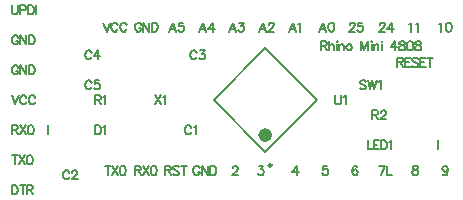
<source format=gto>
G04*
G04 #@! TF.GenerationSoftware,Altium Limited,Altium Designer,23.5.1 (21)*
G04*
G04 Layer_Color=65535*
%FSLAX25Y25*%
%MOIN*%
G70*
G04*
G04 #@! TF.SameCoordinates,D9CCEF5A-5521-415F-BE8B-602E9C6E1BA1*
G04*
G04*
G04 #@! TF.FilePolarity,Positive*
G04*
G01*
G75*
%ADD10C,0.00984*%
%ADD11C,0.02362*%
%ADD12C,0.00787*%
%ADD13C,0.00500*%
D10*
X97093Y13216D02*
G03*
X97093Y13216I-492J0D01*
G01*
D11*
X96181Y23308D02*
G03*
X96181Y23308I-1181J0D01*
G01*
D12*
X22500Y23500D02*
Y26500D01*
X95000Y17740D02*
X112260Y35000D01*
X77740D02*
X95000Y52260D01*
X77740Y35000D02*
X95000Y17740D01*
Y52260D02*
X112260Y35000D01*
X152500Y18500D02*
Y21500D01*
D13*
X113500Y54499D02*
Y51500D01*
Y54499D02*
X114785D01*
X115214Y54356D01*
X115357Y54214D01*
X115500Y53928D01*
Y53642D01*
X115357Y53357D01*
X115214Y53214D01*
X114785Y53071D01*
X113500D01*
X114500D02*
X115500Y51500D01*
X116171Y54499D02*
Y51500D01*
Y52928D02*
X116599Y53357D01*
X116885Y53500D01*
X117314D01*
X117599Y53357D01*
X117742Y52928D01*
Y51500D01*
X118813Y54499D02*
X118956Y54356D01*
X119099Y54499D01*
X118956Y54642D01*
X118813Y54499D01*
X118956Y53500D02*
Y51500D01*
X119627Y53500D02*
Y51500D01*
Y52928D02*
X120056Y53357D01*
X120341Y53500D01*
X120770D01*
X121055Y53357D01*
X121198Y52928D01*
Y51500D01*
X122698Y53500D02*
X122412Y53357D01*
X122127Y53071D01*
X121984Y52643D01*
Y52357D01*
X122127Y51929D01*
X122412Y51643D01*
X122698Y51500D01*
X123126D01*
X123412Y51643D01*
X123698Y51929D01*
X123841Y52357D01*
Y52643D01*
X123698Y53071D01*
X123412Y53357D01*
X123126Y53500D01*
X122698D01*
X126854Y54499D02*
Y51500D01*
Y54499D02*
X127997Y51500D01*
X129139Y54499D02*
X127997Y51500D01*
X129139Y54499D02*
Y51500D01*
X130282Y54499D02*
X130425Y54356D01*
X130568Y54499D01*
X130425Y54642D01*
X130282Y54499D01*
X130425Y53500D02*
Y51500D01*
X131096Y53500D02*
Y51500D01*
Y52928D02*
X131525Y53357D01*
X131810Y53500D01*
X132239D01*
X132525Y53357D01*
X132667Y52928D01*
Y51500D01*
X133739Y54499D02*
X133881Y54356D01*
X134024Y54499D01*
X133881Y54642D01*
X133739Y54499D01*
X133881Y53500D02*
Y51500D01*
X138338Y54499D02*
X136909Y52500D01*
X139052D01*
X138338Y54499D02*
Y51500D01*
X140294Y54499D02*
X139866Y54356D01*
X139723Y54071D01*
Y53785D01*
X139866Y53500D01*
X140151Y53357D01*
X140723Y53214D01*
X141151Y53071D01*
X141437Y52785D01*
X141580Y52500D01*
Y52071D01*
X141437Y51786D01*
X141294Y51643D01*
X140866Y51500D01*
X140294D01*
X139866Y51643D01*
X139723Y51786D01*
X139580Y52071D01*
Y52500D01*
X139723Y52785D01*
X140009Y53071D01*
X140437Y53214D01*
X141008Y53357D01*
X141294Y53500D01*
X141437Y53785D01*
Y54071D01*
X141294Y54356D01*
X140866Y54499D01*
X140294D01*
X143108D02*
X142680Y54356D01*
X142394Y53928D01*
X142251Y53214D01*
Y52785D01*
X142394Y52071D01*
X142680Y51643D01*
X143108Y51500D01*
X143394D01*
X143822Y51643D01*
X144108Y52071D01*
X144251Y52785D01*
Y53214D01*
X144108Y53928D01*
X143822Y54356D01*
X143394Y54499D01*
X143108D01*
X145636D02*
X145208Y54356D01*
X145065Y54071D01*
Y53785D01*
X145208Y53500D01*
X145493Y53357D01*
X146064Y53214D01*
X146493Y53071D01*
X146779Y52785D01*
X146921Y52500D01*
Y52071D01*
X146779Y51786D01*
X146636Y51643D01*
X146207Y51500D01*
X145636D01*
X145208Y51643D01*
X145065Y51786D01*
X144922Y52071D01*
Y52500D01*
X145065Y52785D01*
X145350Y53071D01*
X145779Y53214D01*
X146350Y53357D01*
X146636Y53500D01*
X146779Y53785D01*
Y54071D01*
X146636Y54356D01*
X146207Y54499D01*
X145636D01*
X139000Y48999D02*
Y46000D01*
Y48999D02*
X140285D01*
X140714Y48856D01*
X140857Y48714D01*
X141000Y48428D01*
Y48142D01*
X140857Y47857D01*
X140714Y47714D01*
X140285Y47571D01*
X139000D01*
X140000D02*
X141000Y46000D01*
X143528Y48999D02*
X141671D01*
Y46000D01*
X143528D01*
X141671Y47571D02*
X142814D01*
X146027Y48571D02*
X145741Y48856D01*
X145313Y48999D01*
X144742D01*
X144313Y48856D01*
X144027Y48571D01*
Y48285D01*
X144170Y48000D01*
X144313Y47857D01*
X144599Y47714D01*
X145456Y47428D01*
X145741Y47285D01*
X145884Y47143D01*
X146027Y46857D01*
Y46428D01*
X145741Y46143D01*
X145313Y46000D01*
X144742D01*
X144313Y46143D01*
X144027Y46428D01*
X148555Y48999D02*
X146698D01*
Y46000D01*
X148555D01*
X146698Y47571D02*
X147841D01*
X150055Y48999D02*
Y46000D01*
X149055Y48999D02*
X151055D01*
X10500Y6499D02*
Y3500D01*
Y6499D02*
X11500D01*
X11928Y6357D01*
X12214Y6071D01*
X12357Y5785D01*
X12500Y5357D01*
Y4643D01*
X12357Y4214D01*
X12214Y3929D01*
X11928Y3643D01*
X11500Y3500D01*
X10500D01*
X14171Y6499D02*
Y3500D01*
X13171Y6499D02*
X15170D01*
X15528D02*
Y3500D01*
Y6499D02*
X16813D01*
X17241Y6357D01*
X17384Y6214D01*
X17527Y5928D01*
Y5642D01*
X17384Y5357D01*
X17241Y5214D01*
X16813Y5071D01*
X15528D01*
X16527D02*
X17527Y3500D01*
X135000Y12999D02*
X133571Y10000D01*
X133000Y12999D02*
X135000D01*
X135671D02*
Y10000D01*
X137385D01*
X11500Y16499D02*
Y13500D01*
X10500Y16499D02*
X12500D01*
X12857D02*
X14856Y13500D01*
Y16499D02*
X12857Y13500D01*
X16385Y16499D02*
X15956Y16356D01*
X15670Y15928D01*
X15528Y15214D01*
Y14785D01*
X15670Y14071D01*
X15956Y13643D01*
X16385Y13500D01*
X16670D01*
X17099Y13643D01*
X17384Y14071D01*
X17527Y14785D01*
Y15214D01*
X17384Y15928D01*
X17099Y16356D01*
X16670Y16499D01*
X16385D01*
X10500Y26499D02*
Y23500D01*
Y26499D02*
X11785D01*
X12214Y26357D01*
X12357Y26214D01*
X12500Y25928D01*
Y25642D01*
X12357Y25357D01*
X12214Y25214D01*
X11785Y25071D01*
X10500D01*
X11500D02*
X12500Y23500D01*
X13171Y26499D02*
X15170Y23500D01*
Y26499D02*
X13171Y23500D01*
X16699Y26499D02*
X16270Y26357D01*
X15984Y25928D01*
X15842Y25214D01*
Y24785D01*
X15984Y24071D01*
X16270Y23643D01*
X16699Y23500D01*
X16984D01*
X17413Y23643D01*
X17698Y24071D01*
X17841Y24785D01*
Y25214D01*
X17698Y25928D01*
X17413Y26357D01*
X16984Y26499D01*
X16699D01*
X10500Y36499D02*
X11643Y33500D01*
X12785Y36499D02*
X11643Y33500D01*
X15313Y35785D02*
X15170Y36071D01*
X14885Y36356D01*
X14599Y36499D01*
X14028D01*
X13742Y36356D01*
X13456Y36071D01*
X13314Y35785D01*
X13171Y35357D01*
Y34643D01*
X13314Y34214D01*
X13456Y33928D01*
X13742Y33643D01*
X14028Y33500D01*
X14599D01*
X14885Y33643D01*
X15170Y33928D01*
X15313Y34214D01*
X18298Y35785D02*
X18156Y36071D01*
X17870Y36356D01*
X17584Y36499D01*
X17013D01*
X16727Y36356D01*
X16442Y36071D01*
X16299Y35785D01*
X16156Y35357D01*
Y34643D01*
X16299Y34214D01*
X16442Y33928D01*
X16727Y33643D01*
X17013Y33500D01*
X17584D01*
X17870Y33643D01*
X18156Y33928D01*
X18298Y34214D01*
X12642Y45785D02*
X12500Y46071D01*
X12214Y46356D01*
X11928Y46499D01*
X11357D01*
X11071Y46356D01*
X10786Y46071D01*
X10643Y45785D01*
X10500Y45357D01*
Y44643D01*
X10643Y44214D01*
X10786Y43929D01*
X11071Y43643D01*
X11357Y43500D01*
X11928D01*
X12214Y43643D01*
X12500Y43929D01*
X12642Y44214D01*
Y44643D01*
X11928D02*
X12642D01*
X13328Y46499D02*
Y43500D01*
Y46499D02*
X15327Y43500D01*
Y46499D02*
Y43500D01*
X16156Y46499D02*
Y43500D01*
Y46499D02*
X17156D01*
X17584Y46356D01*
X17870Y46071D01*
X18013Y45785D01*
X18156Y45357D01*
Y44643D01*
X18013Y44214D01*
X17870Y43929D01*
X17584Y43643D01*
X17156Y43500D01*
X16156D01*
X12642Y55785D02*
X12500Y56071D01*
X12214Y56357D01*
X11928Y56499D01*
X11357D01*
X11071Y56357D01*
X10786Y56071D01*
X10643Y55785D01*
X10500Y55357D01*
Y54643D01*
X10643Y54214D01*
X10786Y53929D01*
X11071Y53643D01*
X11357Y53500D01*
X11928D01*
X12214Y53643D01*
X12500Y53929D01*
X12642Y54214D01*
Y54643D01*
X11928D02*
X12642D01*
X13328Y56499D02*
Y53500D01*
Y56499D02*
X15327Y53500D01*
Y56499D02*
Y53500D01*
X16156Y56499D02*
Y53500D01*
Y56499D02*
X17156D01*
X17584Y56357D01*
X17870Y56071D01*
X18013Y55785D01*
X18156Y55357D01*
Y54643D01*
X18013Y54214D01*
X17870Y53929D01*
X17584Y53643D01*
X17156Y53500D01*
X16156D01*
X10500Y66499D02*
Y64357D01*
X10643Y63929D01*
X10928Y63643D01*
X11357Y63500D01*
X11643D01*
X12071Y63643D01*
X12357Y63929D01*
X12500Y64357D01*
Y66499D01*
X13328Y64928D02*
X14613D01*
X15042Y65071D01*
X15185Y65214D01*
X15327Y65500D01*
Y65928D01*
X15185Y66214D01*
X15042Y66356D01*
X14613Y66499D01*
X13328D01*
Y63500D01*
X15999Y66499D02*
Y63500D01*
Y66499D02*
X16999D01*
X17427Y66356D01*
X17713Y66071D01*
X17856Y65785D01*
X17998Y65357D01*
Y64643D01*
X17856Y64214D01*
X17713Y63929D01*
X17427Y63643D01*
X16999Y63500D01*
X15999D01*
X18670Y66499D02*
Y63500D01*
X92786Y12999D02*
X94357D01*
X93500Y11857D01*
X93928D01*
X94214Y11714D01*
X94357Y11571D01*
X94500Y11143D01*
Y10857D01*
X94357Y10429D01*
X94071Y10143D01*
X93643Y10000D01*
X93214D01*
X92786Y10143D01*
X92643Y10286D01*
X92500Y10571D01*
X42500Y12999D02*
Y10000D01*
X41500Y12999D02*
X43500D01*
X43857D02*
X45856Y10000D01*
Y12999D02*
X43857Y10000D01*
X47385Y12999D02*
X46956Y12856D01*
X46670Y12428D01*
X46527Y11714D01*
Y11285D01*
X46670Y10571D01*
X46956Y10143D01*
X47385Y10000D01*
X47670D01*
X48099Y10143D01*
X48384Y10571D01*
X48527Y11285D01*
Y11714D01*
X48384Y12428D01*
X48099Y12856D01*
X47670Y12999D01*
X47385D01*
X51500D02*
Y10000D01*
Y12999D02*
X52785D01*
X53214Y12856D01*
X53357Y12714D01*
X53500Y12428D01*
Y12142D01*
X53357Y11857D01*
X53214Y11714D01*
X52785Y11571D01*
X51500D01*
X52500D02*
X53500Y10000D01*
X54171Y12999D02*
X56170Y10000D01*
Y12999D02*
X54171Y10000D01*
X57699Y12999D02*
X57270Y12856D01*
X56985Y12428D01*
X56842Y11714D01*
Y11285D01*
X56985Y10571D01*
X57270Y10143D01*
X57699Y10000D01*
X57984D01*
X58413Y10143D01*
X58698Y10571D01*
X58841Y11285D01*
Y11714D01*
X58698Y12428D01*
X58413Y12856D01*
X57984Y12999D01*
X57699D01*
X61500D02*
Y10000D01*
Y12999D02*
X62785D01*
X63214Y12856D01*
X63357Y12714D01*
X63500Y12428D01*
Y12142D01*
X63357Y11857D01*
X63214Y11714D01*
X62785Y11571D01*
X61500D01*
X62500D02*
X63500Y10000D01*
X66170Y12571D02*
X65885Y12856D01*
X65456Y12999D01*
X64885D01*
X64456Y12856D01*
X64171Y12571D01*
Y12285D01*
X64314Y12000D01*
X64456Y11857D01*
X64742Y11714D01*
X65599Y11428D01*
X65885Y11285D01*
X66028Y11143D01*
X66170Y10857D01*
Y10429D01*
X65885Y10143D01*
X65456Y10000D01*
X64885D01*
X64456Y10143D01*
X64171Y10429D01*
X67842Y12999D02*
Y10000D01*
X66842Y12999D02*
X68841D01*
X73142Y12285D02*
X73000Y12571D01*
X72714Y12856D01*
X72428Y12999D01*
X71857D01*
X71571Y12856D01*
X71286Y12571D01*
X71143Y12285D01*
X71000Y11857D01*
Y11143D01*
X71143Y10714D01*
X71286Y10429D01*
X71571Y10143D01*
X71857Y10000D01*
X72428D01*
X72714Y10143D01*
X73000Y10429D01*
X73142Y10714D01*
Y11143D01*
X72428D02*
X73142D01*
X73828Y12999D02*
Y10000D01*
Y12999D02*
X75827Y10000D01*
Y12999D02*
Y10000D01*
X76656Y12999D02*
Y10000D01*
Y12999D02*
X77656D01*
X78084Y12856D01*
X78370Y12571D01*
X78513Y12285D01*
X78655Y11857D01*
Y11143D01*
X78513Y10714D01*
X78370Y10429D01*
X78084Y10143D01*
X77656Y10000D01*
X76656D01*
X84143Y12285D02*
Y12428D01*
X84286Y12714D01*
X84429Y12856D01*
X84714Y12999D01*
X85285D01*
X85571Y12856D01*
X85714Y12714D01*
X85857Y12428D01*
Y12142D01*
X85714Y11857D01*
X85428Y11428D01*
X84000Y10000D01*
X86000D01*
X115714Y12999D02*
X114286D01*
X114143Y11714D01*
X114286Y11857D01*
X114714Y12000D01*
X115143D01*
X115571Y11857D01*
X115857Y11571D01*
X116000Y11143D01*
Y10857D01*
X115857Y10429D01*
X115571Y10143D01*
X115143Y10000D01*
X114714D01*
X114286Y10143D01*
X114143Y10286D01*
X114000Y10571D01*
X105428Y12999D02*
X104000Y11000D01*
X106142D01*
X105428Y12999D02*
Y10000D01*
X125714Y12571D02*
X125571Y12856D01*
X125143Y12999D01*
X124857D01*
X124428Y12856D01*
X124143Y12428D01*
X124000Y11714D01*
Y11000D01*
X124143Y10429D01*
X124428Y10143D01*
X124857Y10000D01*
X125000D01*
X125428Y10143D01*
X125714Y10429D01*
X125857Y10857D01*
Y11000D01*
X125714Y11428D01*
X125428Y11714D01*
X125000Y11857D01*
X124857D01*
X124428Y11714D01*
X124143Y11428D01*
X124000Y11000D01*
X144714Y12999D02*
X144286Y12856D01*
X144143Y12571D01*
Y12285D01*
X144286Y12000D01*
X144571Y11857D01*
X145143Y11714D01*
X145571Y11571D01*
X145857Y11285D01*
X146000Y11000D01*
Y10571D01*
X145857Y10286D01*
X145714Y10143D01*
X145285Y10000D01*
X144714D01*
X144286Y10143D01*
X144143Y10286D01*
X144000Y10571D01*
Y11000D01*
X144143Y11285D01*
X144429Y11571D01*
X144857Y11714D01*
X145428Y11857D01*
X145714Y12000D01*
X145857Y12285D01*
Y12571D01*
X145714Y12856D01*
X145285Y12999D01*
X144714D01*
X155857Y12000D02*
X155714Y11571D01*
X155428Y11285D01*
X155000Y11143D01*
X154857D01*
X154429Y11285D01*
X154143Y11571D01*
X154000Y12000D01*
Y12142D01*
X154143Y12571D01*
X154429Y12856D01*
X154857Y12999D01*
X155000D01*
X155428Y12856D01*
X155714Y12571D01*
X155857Y12000D01*
Y11285D01*
X155714Y10571D01*
X155428Y10143D01*
X155000Y10000D01*
X154714D01*
X154286Y10143D01*
X154143Y10429D01*
X41000Y60799D02*
X42143Y57800D01*
X43285Y60799D02*
X42143Y57800D01*
X45813Y60085D02*
X45670Y60371D01*
X45385Y60656D01*
X45099Y60799D01*
X44528D01*
X44242Y60656D01*
X43957Y60371D01*
X43814Y60085D01*
X43671Y59657D01*
Y58943D01*
X43814Y58514D01*
X43957Y58228D01*
X44242Y57943D01*
X44528Y57800D01*
X45099D01*
X45385Y57943D01*
X45670Y58228D01*
X45813Y58514D01*
X48798Y60085D02*
X48656Y60371D01*
X48370Y60656D01*
X48084Y60799D01*
X47513D01*
X47227Y60656D01*
X46942Y60371D01*
X46799Y60085D01*
X46656Y59657D01*
Y58943D01*
X46799Y58514D01*
X46942Y58228D01*
X47227Y57943D01*
X47513Y57800D01*
X48084D01*
X48370Y57943D01*
X48656Y58228D01*
X48798Y58514D01*
X53642Y60085D02*
X53500Y60371D01*
X53214Y60656D01*
X52928Y60799D01*
X52357D01*
X52071Y60656D01*
X51786Y60371D01*
X51643Y60085D01*
X51500Y59657D01*
Y58943D01*
X51643Y58514D01*
X51786Y58228D01*
X52071Y57943D01*
X52357Y57800D01*
X52928D01*
X53214Y57943D01*
X53500Y58228D01*
X53642Y58514D01*
Y58943D01*
X52928D02*
X53642D01*
X54328Y60799D02*
Y57800D01*
Y60799D02*
X56327Y57800D01*
Y60799D02*
Y57800D01*
X57156Y60799D02*
Y57800D01*
Y60799D02*
X58156D01*
X58584Y60656D01*
X58870Y60371D01*
X59013Y60085D01*
X59155Y59657D01*
Y58943D01*
X59013Y58514D01*
X58870Y58228D01*
X58584Y57943D01*
X58156Y57800D01*
X57156D01*
X65285D02*
X64143Y60799D01*
X63000Y57800D01*
X63428Y58800D02*
X64857D01*
X67699Y60799D02*
X66271D01*
X66128Y59514D01*
X66271Y59657D01*
X66699Y59800D01*
X67128D01*
X67556Y59657D01*
X67842Y59371D01*
X67985Y58943D01*
Y58657D01*
X67842Y58228D01*
X67556Y57943D01*
X67128Y57800D01*
X66699D01*
X66271Y57943D01*
X66128Y58086D01*
X65985Y58371D01*
X75285Y57800D02*
X74143Y60799D01*
X73000Y57800D01*
X73428Y58800D02*
X74857D01*
X77413Y60799D02*
X75985Y58800D01*
X78127D01*
X77413Y60799D02*
Y57800D01*
X85285D02*
X84143Y60799D01*
X83000Y57800D01*
X83429Y58800D02*
X84857D01*
X86271Y60799D02*
X87842D01*
X86985Y59657D01*
X87413D01*
X87699Y59514D01*
X87842Y59371D01*
X87985Y58943D01*
Y58657D01*
X87842Y58228D01*
X87556Y57943D01*
X87128Y57800D01*
X86699D01*
X86271Y57943D01*
X86128Y58086D01*
X85985Y58371D01*
X95285Y57800D02*
X94143Y60799D01*
X93000Y57800D01*
X93428Y58800D02*
X94857D01*
X96128Y60085D02*
Y60228D01*
X96271Y60514D01*
X96413Y60656D01*
X96699Y60799D01*
X97271D01*
X97556Y60656D01*
X97699Y60514D01*
X97842Y60228D01*
Y59942D01*
X97699Y59657D01*
X97413Y59228D01*
X95985Y57800D01*
X97985D01*
X105285D02*
X104143Y60799D01*
X103000Y57800D01*
X103428Y58800D02*
X104857D01*
X105985Y60228D02*
X106271Y60371D01*
X106699Y60799D01*
Y57800D01*
X115285D02*
X114143Y60799D01*
X113000Y57800D01*
X113428Y58800D02*
X114857D01*
X116842Y60799D02*
X116414Y60656D01*
X116128Y60228D01*
X115985Y59514D01*
Y59085D01*
X116128Y58371D01*
X116414Y57943D01*
X116842Y57800D01*
X117128D01*
X117556Y57943D01*
X117842Y58371D01*
X117985Y59085D01*
Y59514D01*
X117842Y60228D01*
X117556Y60656D01*
X117128Y60799D01*
X116842D01*
X123143Y60085D02*
Y60228D01*
X123286Y60514D01*
X123428Y60656D01*
X123714Y60799D01*
X124285D01*
X124571Y60656D01*
X124714Y60514D01*
X124857Y60228D01*
Y59942D01*
X124714Y59657D01*
X124428Y59228D01*
X123000Y57800D01*
X125000D01*
X127385Y60799D02*
X125956D01*
X125814Y59514D01*
X125956Y59657D01*
X126385Y59800D01*
X126813D01*
X127242Y59657D01*
X127528Y59371D01*
X127670Y58943D01*
Y58657D01*
X127528Y58228D01*
X127242Y57943D01*
X126813Y57800D01*
X126385D01*
X125956Y57943D01*
X125814Y58086D01*
X125671Y58371D01*
X133143Y60085D02*
Y60228D01*
X133286Y60514D01*
X133429Y60656D01*
X133714Y60799D01*
X134285D01*
X134571Y60656D01*
X134714Y60514D01*
X134857Y60228D01*
Y59942D01*
X134714Y59657D01*
X134428Y59228D01*
X133000Y57800D01*
X135000D01*
X137099Y60799D02*
X135671Y58800D01*
X137813D01*
X137099Y60799D02*
Y57800D01*
X143000Y60228D02*
X143286Y60371D01*
X143714Y60799D01*
Y57800D01*
X145200Y60228D02*
X145485Y60371D01*
X145914Y60799D01*
Y57800D01*
X153000Y60228D02*
X153286Y60371D01*
X153714Y60799D01*
Y57800D01*
X156056Y60799D02*
X155628Y60656D01*
X155342Y60228D01*
X155200Y59514D01*
Y59085D01*
X155342Y58371D01*
X155628Y57943D01*
X156056Y57800D01*
X156342D01*
X156771Y57943D01*
X157056Y58371D01*
X157199Y59085D01*
Y59514D01*
X157056Y60228D01*
X156771Y60656D01*
X156342Y60799D01*
X156056D01*
X58307Y36500D02*
X60307Y33500D01*
Y36500D02*
X58307Y33500D01*
X60978Y35928D02*
X61264Y36071D01*
X61693Y36500D01*
Y33500D01*
X37150Y40786D02*
X37007Y41071D01*
X36722Y41357D01*
X36436Y41500D01*
X35865D01*
X35579Y41357D01*
X35293Y41071D01*
X35151Y40786D01*
X35008Y40357D01*
Y39643D01*
X35151Y39214D01*
X35293Y38929D01*
X35579Y38643D01*
X35865Y38500D01*
X36436D01*
X36722Y38643D01*
X37007Y38929D01*
X37150Y39214D01*
X39707Y41500D02*
X38278D01*
X38136Y40214D01*
X38278Y40357D01*
X38707Y40500D01*
X39135D01*
X39564Y40357D01*
X39849Y40071D01*
X39992Y39643D01*
Y39357D01*
X39849Y38929D01*
X39564Y38643D01*
X39135Y38500D01*
X38707D01*
X38278Y38643D01*
X38136Y38786D01*
X37993Y39072D01*
X37079Y50785D02*
X36936Y51071D01*
X36650Y51357D01*
X36364Y51500D01*
X35793D01*
X35508Y51357D01*
X35222Y51071D01*
X35079Y50785D01*
X34936Y50357D01*
Y49643D01*
X35079Y49214D01*
X35222Y48929D01*
X35508Y48643D01*
X35793Y48500D01*
X36364D01*
X36650Y48643D01*
X36936Y48929D01*
X37079Y49214D01*
X39350Y51500D02*
X37921Y49500D01*
X40064D01*
X39350Y51500D02*
Y48500D01*
X118229Y36500D02*
Y34357D01*
X118372Y33929D01*
X118657Y33643D01*
X119086Y33500D01*
X119372D01*
X119800Y33643D01*
X120086Y33929D01*
X120229Y34357D01*
Y36500D01*
X121057Y35928D02*
X121343Y36071D01*
X121771Y36500D01*
Y33500D01*
X128579Y41071D02*
X128293Y41357D01*
X127865Y41500D01*
X127293D01*
X126865Y41357D01*
X126579Y41071D01*
Y40786D01*
X126722Y40500D01*
X126865Y40357D01*
X127151Y40214D01*
X128008Y39929D01*
X128293Y39786D01*
X128436Y39643D01*
X128579Y39357D01*
Y38929D01*
X128293Y38643D01*
X127865Y38500D01*
X127293D01*
X126865Y38643D01*
X126579Y38929D01*
X129250Y41500D02*
X129964Y38500D01*
X130678Y41500D02*
X129964Y38500D01*
X130678Y41500D02*
X131393Y38500D01*
X132107Y41500D02*
X131393Y38500D01*
X132707Y40928D02*
X132992Y41071D01*
X133421Y41500D01*
Y38500D01*
X130716Y31500D02*
Y28500D01*
Y31500D02*
X132001D01*
X132430Y31357D01*
X132573Y31214D01*
X132715Y30928D01*
Y30643D01*
X132573Y30357D01*
X132430Y30214D01*
X132001Y30071D01*
X130716D01*
X131716D02*
X132715Y28500D01*
X133530Y30786D02*
Y30928D01*
X133672Y31214D01*
X133815Y31357D01*
X134101Y31500D01*
X134672D01*
X134958Y31357D01*
X135101Y31214D01*
X135244Y30928D01*
Y30643D01*
X135101Y30357D01*
X134815Y29929D01*
X133387Y28500D01*
X135386D01*
X38307Y36500D02*
Y33500D01*
Y36500D02*
X39593D01*
X40021Y36357D01*
X40164Y36214D01*
X40307Y35928D01*
Y35643D01*
X40164Y35357D01*
X40021Y35214D01*
X39593Y35071D01*
X38307D01*
X39307D02*
X40307Y33500D01*
X40978Y35928D02*
X41264Y36071D01*
X41693Y36500D01*
Y33500D01*
X129159Y21500D02*
Y18500D01*
X130873D01*
X133058Y21500D02*
X131202D01*
Y18500D01*
X133058D01*
X131202Y20071D02*
X132344D01*
X133558Y21500D02*
Y18500D01*
Y21500D02*
X134558D01*
X134986Y21357D01*
X135272Y21071D01*
X135415Y20786D01*
X135558Y20357D01*
Y19643D01*
X135415Y19214D01*
X135272Y18929D01*
X134986Y18643D01*
X134558Y18500D01*
X133558D01*
X136229Y20928D02*
X136515Y21071D01*
X136943Y21500D01*
Y18500D01*
X38307Y26500D02*
Y23500D01*
Y26500D02*
X39307D01*
X39736Y26357D01*
X40021Y26071D01*
X40164Y25785D01*
X40307Y25357D01*
Y24643D01*
X40164Y24214D01*
X40021Y23929D01*
X39736Y23643D01*
X39307Y23500D01*
X38307D01*
X40978Y25928D02*
X41264Y26071D01*
X41693Y26500D01*
Y23500D01*
X72150Y50785D02*
X72007Y51071D01*
X71722Y51357D01*
X71436Y51500D01*
X70865D01*
X70579Y51357D01*
X70293Y51071D01*
X70151Y50785D01*
X70008Y50357D01*
Y49643D01*
X70151Y49214D01*
X70293Y48929D01*
X70579Y48643D01*
X70865Y48500D01*
X71436D01*
X71722Y48643D01*
X72007Y48929D01*
X72150Y49214D01*
X73278Y51500D02*
X74849D01*
X73993Y50357D01*
X74421D01*
X74707Y50214D01*
X74849Y50071D01*
X74992Y49643D01*
Y49357D01*
X74849Y48929D01*
X74564Y48643D01*
X74135Y48500D01*
X73707D01*
X73278Y48643D01*
X73136Y48786D01*
X72993Y49072D01*
X29650Y10785D02*
X29507Y11071D01*
X29222Y11357D01*
X28936Y11500D01*
X28365D01*
X28079Y11357D01*
X27793Y11071D01*
X27650Y10785D01*
X27508Y10357D01*
Y9643D01*
X27650Y9214D01*
X27793Y8929D01*
X28079Y8643D01*
X28365Y8500D01*
X28936D01*
X29222Y8643D01*
X29507Y8929D01*
X29650Y9214D01*
X30636Y10785D02*
Y10928D01*
X30778Y11214D01*
X30921Y11357D01*
X31207Y11500D01*
X31778D01*
X32064Y11357D01*
X32207Y11214D01*
X32350Y10928D01*
Y10643D01*
X32207Y10357D01*
X31921Y9929D01*
X30493Y8500D01*
X32492D01*
X70293Y25785D02*
X70150Y26071D01*
X69864Y26357D01*
X69579Y26500D01*
X69007D01*
X68722Y26357D01*
X68436Y26071D01*
X68293Y25785D01*
X68150Y25357D01*
Y24643D01*
X68293Y24214D01*
X68436Y23929D01*
X68722Y23643D01*
X69007Y23500D01*
X69579D01*
X69864Y23643D01*
X70150Y23929D01*
X70293Y24214D01*
X71135Y25928D02*
X71421Y26071D01*
X71850Y26500D01*
Y23500D01*
M02*

</source>
